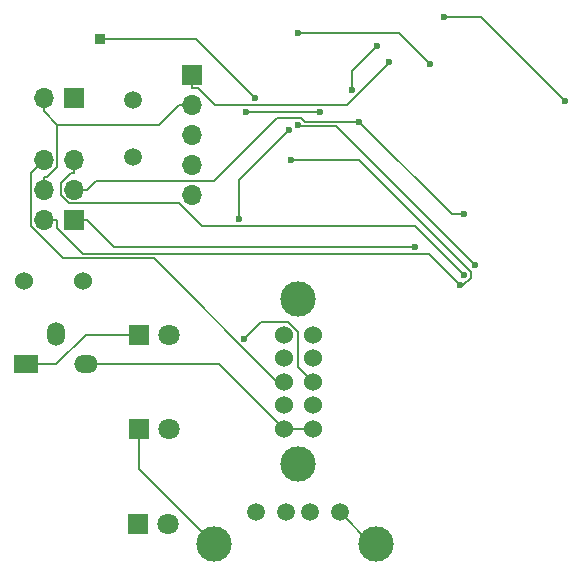
<source format=gbl>
G04 #@! TF.FileFunction,Copper,L2,Bot,Signal*
%FSLAX46Y46*%
G04 Gerber Fmt 4.6, Leading zero omitted, Abs format (unit mm)*
G04 Created by KiCad (PCBNEW 4.0.7) date Sat Jan 27 20:56:11 2018*
%MOMM*%
%LPD*%
G01*
G04 APERTURE LIST*
%ADD10C,0.100000*%
%ADD11C,1.500000*%
%ADD12R,1.800000X1.800000*%
%ADD13C,1.800000*%
%ADD14R,1.700000X1.700000*%
%ADD15O,1.700000X1.700000*%
%ADD16C,3.000000*%
%ADD17C,1.524000*%
%ADD18R,0.850000X0.850000*%
%ADD19O,1.500000X2.000000*%
%ADD20R,2.000000X1.500000*%
%ADD21O,2.000000X1.500000*%
%ADD22C,0.600000*%
%ADD23C,0.200000*%
G04 APERTURE END LIST*
D10*
D11*
X105000000Y-76500000D03*
X105000000Y-71620000D03*
D12*
X105460000Y-107500000D03*
D13*
X108000000Y-107500000D03*
D14*
X100000000Y-71500000D03*
D15*
X97460000Y-71500000D03*
D11*
X122520000Y-106530000D03*
X119980000Y-106530000D03*
X117950000Y-106530000D03*
X115410000Y-106530000D03*
D16*
X125570000Y-109200000D03*
X111850000Y-109200000D03*
D17*
X117750000Y-99500000D03*
X117750000Y-97500000D03*
X117750000Y-95500000D03*
X117750000Y-93500000D03*
X117750000Y-91500000D03*
X120250000Y-99500000D03*
X120250000Y-97500000D03*
X120250000Y-95500000D03*
X120250000Y-93500000D03*
X120250000Y-91500000D03*
D16*
X119000000Y-102500000D03*
X119000000Y-88500000D03*
D14*
X100000000Y-81790000D03*
D15*
X97460000Y-81790000D03*
X100000000Y-79250000D03*
X97460000Y-79250000D03*
X100000000Y-76710000D03*
X97460000Y-76710000D03*
D12*
X105500000Y-99500000D03*
D13*
X108040000Y-99500000D03*
D12*
X105500000Y-91500000D03*
D13*
X108040000Y-91500000D03*
D18*
X102200000Y-66500000D03*
D14*
X110000000Y-69500000D03*
D15*
X110000000Y-72040000D03*
X110000000Y-74580000D03*
X110000000Y-77120000D03*
X110000000Y-79660000D03*
D19*
X98460000Y-91460000D03*
D20*
X95920000Y-94000000D03*
D21*
X101000000Y-94000000D03*
D17*
X95750000Y-87000000D03*
X100750000Y-87000000D03*
D22*
X123582300Y-70778500D03*
X125700000Y-67058000D03*
X124178600Y-73475500D03*
X132991400Y-81275900D03*
X119005200Y-73725900D03*
X133972800Y-85595000D03*
X133034500Y-86442200D03*
X132700000Y-87337100D03*
X118400000Y-76728300D03*
X128868000Y-84084100D03*
X115314900Y-71483900D03*
X114397000Y-91889600D03*
X126689700Y-68400900D03*
X118979500Y-65979500D03*
X130148800Y-68570400D03*
X141574000Y-71747200D03*
X131379300Y-64648700D03*
X120800000Y-72621700D03*
X114543700Y-72621700D03*
X118211600Y-74176300D03*
X113960500Y-81743500D03*
D23*
X101019800Y-91500000D02*
X105500000Y-91500000D01*
X98519800Y-94000000D02*
X101019800Y-91500000D01*
X95920000Y-94000000D02*
X98519800Y-94000000D01*
X125190000Y-109200000D02*
X122520000Y-106530000D01*
X125570000Y-109200000D02*
X125190000Y-109200000D01*
X105500000Y-99500000D02*
X105500000Y-100660300D01*
X105500000Y-102850000D02*
X105500000Y-100660300D01*
X111850000Y-109200000D02*
X105500000Y-102850000D01*
X97460000Y-79250000D02*
X97460000Y-78139700D01*
X97460000Y-71500000D02*
X97460000Y-72610300D01*
X110000000Y-72040000D02*
X108889700Y-72040000D01*
X107208200Y-73721500D02*
X98571200Y-73721500D01*
X108889700Y-72040000D02*
X107208200Y-73721500D01*
X98571200Y-73721500D02*
X97460000Y-72610300D01*
X97737600Y-78139700D02*
X97460000Y-78139700D01*
X98571200Y-77306100D02*
X97737600Y-78139700D01*
X98571200Y-73721500D02*
X98571200Y-77306100D01*
X123582300Y-69175700D02*
X125700000Y-67058000D01*
X123582300Y-70778500D02*
X123582300Y-69175700D01*
X117750000Y-99500000D02*
X120250000Y-99500000D01*
X112250000Y-94000000D02*
X117750000Y-99500000D01*
X101000000Y-94000000D02*
X112250000Y-94000000D01*
X100000000Y-79250000D02*
X101110300Y-79250000D01*
X131979000Y-81275900D02*
X132991400Y-81275900D01*
X124178600Y-73475500D02*
X131979000Y-81275900D01*
X101841400Y-78518900D02*
X101110300Y-79250000D01*
X111863500Y-78518900D02*
X101841400Y-78518900D01*
X117216800Y-73165600D02*
X111863500Y-78518900D01*
X119237300Y-73165600D02*
X117216800Y-73165600D01*
X119547200Y-73475500D02*
X119237300Y-73165600D01*
X124178600Y-73475500D02*
X119547200Y-73475500D01*
X122213700Y-73835900D02*
X133972800Y-85595000D01*
X119115200Y-73835900D02*
X122213700Y-73835900D01*
X119005200Y-73725900D02*
X119115200Y-73835900D01*
X128899600Y-82307300D02*
X133034500Y-86442200D01*
X110848500Y-82307300D02*
X128899600Y-82307300D01*
X108937300Y-80396100D02*
X110848500Y-82307300D01*
X99560200Y-80396100D02*
X108937300Y-80396100D01*
X98882700Y-79718600D02*
X99560200Y-80396100D01*
X98882700Y-78660000D02*
X98882700Y-79718600D01*
X99722400Y-77820300D02*
X98882700Y-78660000D01*
X100000000Y-77820300D02*
X99722400Y-77820300D01*
X100000000Y-76710000D02*
X100000000Y-77820300D01*
X97460000Y-81790000D02*
X98570300Y-81790000D01*
X130030200Y-84667300D02*
X132700000Y-87337100D01*
X100753700Y-84667300D02*
X130030200Y-84667300D01*
X98570300Y-82483900D02*
X100753700Y-84667300D01*
X98570300Y-81790000D02*
X98570300Y-82483900D01*
X124113000Y-76728300D02*
X118400000Y-76728300D01*
X133600200Y-86215500D02*
X124113000Y-76728300D01*
X133600200Y-86671300D02*
X133600200Y-86215500D01*
X132934400Y-87337100D02*
X133600200Y-86671300D01*
X132700000Y-87337100D02*
X132934400Y-87337100D01*
X103404400Y-84084100D02*
X128868000Y-84084100D01*
X101110300Y-81790000D02*
X103404400Y-84084100D01*
X100000000Y-81790000D02*
X101110300Y-81790000D01*
X110331000Y-66500000D02*
X115314900Y-71483900D01*
X102200000Y-66500000D02*
X110331000Y-66500000D01*
X119000000Y-94250000D02*
X120250000Y-95500000D01*
X119000000Y-91259900D02*
X119000000Y-94250000D01*
X118171200Y-90431100D02*
X119000000Y-91259900D01*
X115855500Y-90431100D02*
X118171200Y-90431100D01*
X114397000Y-91889600D02*
X115855500Y-90431100D01*
X110000000Y-69500000D02*
X110000000Y-70610300D01*
X117215100Y-95500000D02*
X117750000Y-95500000D01*
X106742800Y-85027700D02*
X117215100Y-95500000D01*
X99070100Y-85027700D02*
X106742800Y-85027700D01*
X96346400Y-82304000D02*
X99070100Y-85027700D01*
X96346400Y-77823600D02*
X96346400Y-82304000D01*
X97460000Y-76710000D02*
X96346400Y-77823600D01*
X126689700Y-68497500D02*
X126689700Y-68400900D01*
X123125900Y-72061300D02*
X126689700Y-68497500D01*
X111988600Y-72061300D02*
X123125900Y-72061300D01*
X110537600Y-70610300D02*
X111988600Y-72061300D01*
X110000000Y-70610300D02*
X110537600Y-70610300D01*
X127557900Y-65979500D02*
X130148800Y-68570400D01*
X118979500Y-65979500D02*
X127557900Y-65979500D01*
X134475500Y-64648700D02*
X131379300Y-64648700D01*
X141574000Y-71747200D02*
X134475500Y-64648700D01*
X114543700Y-72621700D02*
X120800000Y-72621700D01*
X113960500Y-78427400D02*
X118211600Y-74176300D01*
X113960500Y-81743500D02*
X113960500Y-78427400D01*
M02*

</source>
